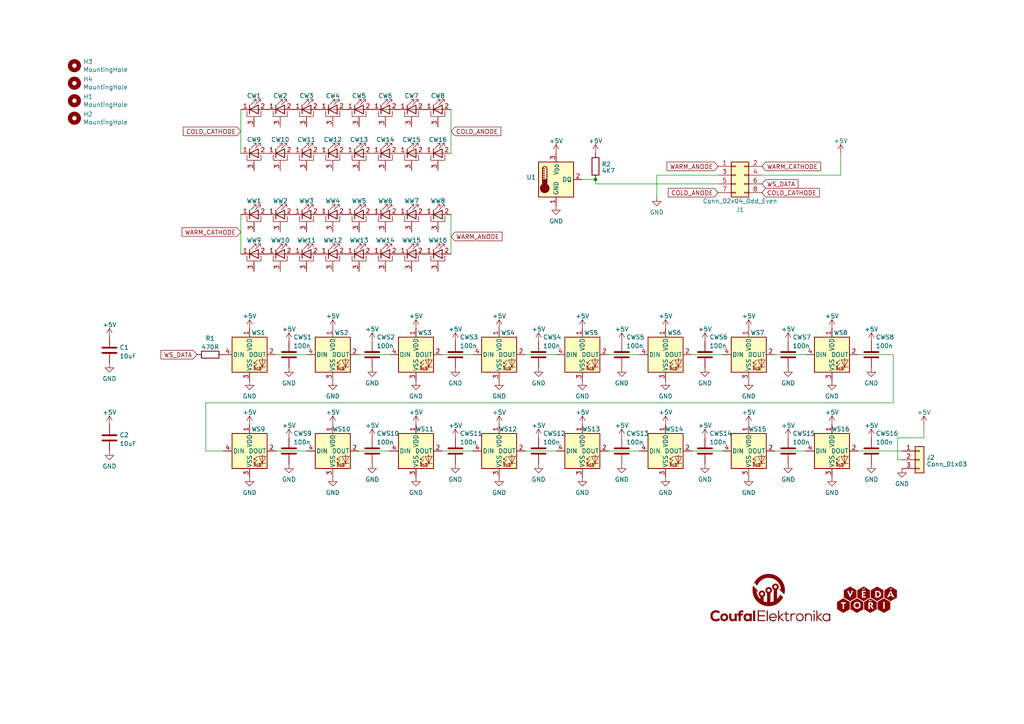
<source format=kicad_sch>
(kicad_sch (version 20230121) (generator eeschema)
  (paper "A4")
  (lib_symbols
    (symbol "Connector_Generic:Conn_01x03" (pin_names (offset 1.016) hide)
      (property "Reference" "J" (at 0 5.08 0))
      (property "Value" "Conn_01x03" (at 0 -5.08 0))
      (symbol "Conn_01x03_1_1"
        (pin passive line (at -5.08 2.54 0) (length 3.81) (name "Pin_1") (number "1"))
        (pin passive line (at -5.08 0 0) (length 3.81) (name "Pin_2") (number "2"))
        (pin passive line (at -5.08 -2.54 0) (length 3.81) (name "Pin_3") (number "3"))
      )
    )
    (symbol "Connector_Generic:Conn_02x04_Odd_Even" (pin_names (offset 1.016) hide)
      (property "Reference" "J" (at 1.27 5.08 0))
      (property "Value" "Conn_02x04_Odd_Even" (at 1.27 -7.62 0))
      (symbol "Conn_02x04_Odd_Even_1_1"
        (pin passive line (at -5.08 2.54 0) (length 3.81) (name "Pin_1") (number "1"))
        (pin passive line (at 7.62 2.54 180) (length 3.81) (name "Pin_2") (number "2"))
        (pin passive line (at -5.08 0 0) (length 3.81) (name "Pin_3") (number "3"))
        (pin passive line (at 7.62 0 180) (length 3.81) (name "Pin_4") (number "4"))
        (pin passive line (at -5.08 -2.54 0) (length 3.81) (name "Pin_5") (number "5"))
        (pin passive line (at 7.62 -2.54 180) (length 3.81) (name "Pin_6") (number "6"))
        (pin passive line (at -5.08 -5.08 0) (length 3.81) (name "Pin_7") (number "7"))
        (pin passive line (at 7.62 -5.08 180) (length 3.81) (name "Pin_8") (number "8"))
      )
    )
    (symbol "Device:C" (pin_numbers hide) (pin_names (offset 0.254))
      (property "Reference" "C" (at 0.635 2.54 0))
      (property "Value" "C" (at 0.635 -2.54 0))
      (symbol "C_1_1"
        (pin passive line (at 0 3.81 270) (length 2.794) (name "~") (number "1"))
        (pin passive line (at 0 -3.81 90) (length 2.794) (name "~") (number "2"))
      )
    )
    (symbol "Device:LED_Pad" (pin_names (offset 1.016) hide)
      (property "Reference" "D" (at 0 5.715 0))
      (property "Value" "LED_Pad" (at 0 3.81 0))
      (symbol "LED_Pad_1_1"
        (pin passive line (at -3.81 0 0) (length 2.54) (name "K") (number "1"))
        (pin passive line (at 3.81 0 180) (length 2.54) (name "A") (number "2"))
        (pin passive line (at 0 -5.08 90) (length 2.54) (name "PAD") (number "3"))
      )
    )
    (symbol "Device:R" (pin_numbers hide) (pin_names (offset 0))
      (property "Reference" "R" (at 2.032 0 90))
      (property "Value" "R" (at 0 0 90))
      (symbol "R_1_1"
        (pin passive line (at 0 3.81 270) (length 1.27) (name "~") (number "1"))
        (pin passive line (at 0 -3.81 90) (length 1.27) (name "~") (number "2"))
      )
    )
    (symbol "LED:WS2812B" (pin_names (offset 0.254))
      (property "Reference" "D" (at 5.08 5.715 0))
      (property "Value" "WS2812B" (at 1.27 -5.715 0))
      (symbol "WS2812B_0_0"
        (text "RGB" (at 2.286 -4.191 0) (effects (font (size 0.762 0.762))))
      )
      (symbol "WS2812B_1_1"
        (pin power_in line (at 0 7.62 270) (length 2.54) (name "VDD") (number "1"))
        (pin output line (at 7.62 0 180) (length 2.54) (name "DOUT") (number "2"))
        (pin power_in line (at 0 -7.62 90) (length 2.54) (name "VSS") (number "3"))
        (pin input line (at -7.62 0 0) (length 2.54) (name "DIN") (number "4"))
      )
    )
    (symbol "Mechanical:MountingHole" (pin_names (offset 1.016))
      (property "Reference" "H" (at 0 5.08 0))
      (property "Value" "MountingHole" (at 0 3.175 0))
    )
    (symbol "Sensor_Temperature:DS18B20"
      (property "Reference" "U" (at -3.81 6.35 0))
      (property "Value" "DS18B20" (at 6.35 6.35 0))
      (symbol "DS18B20_1_1"
        (pin power_in line (at 0 -7.62 90) (length 2.54) (name "GND") (number "1"))
        (pin bidirectional line (at 7.62 0 180) (length 2.54) (name "DQ") (number "2"))
        (pin power_in line (at 0 7.62 270) (length 2.54) (name "V_{DD}") (number "3"))
      )
    )
    (symbol "Time-O-Mat_Library:CoufalElektronika_logo" (pin_names (offset 1.016)))
    (symbol "Time-O-Mat_Library:Vedatori_logo" (pin_names (offset 1.016)))
    (symbol "power:+5V" (power) (pin_names (offset 0))
      (property "Value" "+5V" (at 0 3.556 0))
      (symbol "+5V_1_1"
        (pin power_in line (at 0 0 90) (length 0) hide (name "+5V") (number "1"))
      )
    )
    (symbol "power:GND" (power) (pin_names (offset 0))
      (property "Value" "GND" (at 0 -3.81 0))
      (symbol "GND_1_1"
        (pin power_in line (at 0 0 270) (length 0) hide (name "GND") (number "1"))
      )
    )
  )
  (junction (at 172.72 52.07))
  (wire (pts (xy 168.91 52.07) (xy 172.72 52.07)))
  (wire (pts (xy 80.01 130.81) (xy 88.9 130.81)))
  (wire (pts (xy 152.4 130.81) (xy 161.29 130.81)))
  (wire (pts (xy 200.66 102.87) (xy 209.55 102.87)))
  (wire (pts (xy 208.28 50.8) (xy 190.5 50.8)))
  (wire (pts (xy 243.84 44.45) (xy 243.84 50.8)))
  (wire (pts (xy 176.53 102.87) (xy 185.42 102.87)))
  (wire (pts (xy 152.4 102.87) (xy 161.29 102.87)))
  (wire (pts (xy 172.72 53.34) (xy 172.72 52.07)))
  (wire (pts (xy 267.97 123.19) (xy 267.97 127)))
  (wire (pts (xy 80.01 102.87) (xy 88.9 102.87)))
  (wire (pts (xy 59.69 116.84) (xy 59.69 130.81)))
  (wire (pts (xy 130.81 62.23) (xy 130.81 73.66)))
  (wire (pts (xy 243.84 50.8) (xy 220.98 50.8)))
  (wire (pts (xy 190.5 50.8) (xy 190.5 57.15)))
  (wire (pts (xy 128.27 130.81) (xy 137.16 130.81)))
  (wire (pts (xy 59.69 130.81) (xy 64.77 130.81)))
  (wire (pts (xy 208.28 53.34) (xy 172.72 53.34)))
  (wire (pts (xy 128.27 102.87) (xy 137.16 102.87)))
  (wire (pts (xy 176.53 130.81) (xy 185.42 130.81)))
  (wire (pts (xy 224.79 102.87) (xy 233.68 102.87)))
  (wire (pts (xy 130.81 31.75) (xy 130.81 44.45)))
  (wire (pts (xy 261.62 133.35) (xy 260.35 133.35)))
  (wire (pts (xy 224.79 130.81) (xy 233.68 130.81)))
  (wire (pts (xy 259.08 102.87) (xy 259.08 116.84)))
  (wire (pts (xy 248.92 130.81) (xy 261.62 130.81)))
  (wire (pts (xy 69.85 62.23) (xy 69.85 73.66)))
  (wire (pts (xy 104.14 102.87) (xy 113.03 102.87)))
  (wire (pts (xy 260.35 133.35) (xy 260.35 127)))
  (wire (pts (xy 259.08 116.84) (xy 59.69 116.84)))
  (wire (pts (xy 104.14 130.81) (xy 113.03 130.81)))
  (wire (pts (xy 248.92 102.87) (xy 259.08 102.87)))
  (wire (pts (xy 69.85 31.75) (xy 69.85 44.45)))
  (wire (pts (xy 200.66 130.81) (xy 209.55 130.81)))
  (wire (pts (xy 260.35 127) (xy 267.97 127)))
  (global_label "WARM_CATHODE" (shape input) (at 69.85 67.31 180) (property "Intersheetrefs" "${INTERSHEET_REFS}" (effects hide)))
  (global_label "WARM_ANODE" (shape input) (at 130.81 68.58 0) (property "Intersheetrefs" "${INTERSHEET_REFS}" (effects hide)))
  (global_label "COLD_CATHODE" (shape input) (at 69.85 38.1 180) (property "Intersheetrefs" "${INTERSHEET_REFS}" (effects hide)))
  (global_label "WARM_ANODE" (shape input) (at 208.28 48.26 180) (property "Intersheetrefs" "${INTERSHEET_REFS}" (effects hide)))
  (global_label "COLD_ANODE" (shape input) (at 208.28 55.88 180) (property "Intersheetrefs" "${INTERSHEET_REFS}" (effects hide)))
  (global_label "WS_DATA" (shape input) (at 220.98 53.34 0) (property "Intersheetrefs" "${INTERSHEET_REFS}" (effects hide)))
  (global_label "WS_DATA" (shape input) (at 57.15 102.87 180) (property "Intersheetrefs" "${INTERSHEET_REFS}" (effects hide)))
  (global_label "WARM_CATHODE" (shape input) (at 220.98 48.26 0) (property "Intersheetrefs" "${INTERSHEET_REFS}" (effects hide)))
  (global_label "COLD_CATHODE" (shape input) (at 220.98 55.88 0) (property "Intersheetrefs" "${INTERSHEET_REFS}" (effects hide)))
  (global_label "COLD_ANODE" (shape input) (at 130.81 38.1 0) (property "Intersheetrefs" "${INTERSHEET_REFS}" (effects hide)))
  (symbol (lib_id "LED:WS2812B") (at 72.39 102.87 0) (unit 1)
    (property "Reference" "WS1" (at 74.93 96.52 0))
    (property "Value" "XL-5050RGBC-WS2812B" (effects hide))
    (property "Footprint" "LED_SMD:LED_WS2812B_PLCC4_5.0x5.0mm_P3.2mm" (effects hide))
    (property "Datasheet" "https://cdn-shop.adafruit.com/datasheets/WS2812B.pdf" (effects hide))
    (property "LCSC" "C2843785" (effects hide))
  )
  (symbol (lib_id "power:GND") (at 132.08 106.68 0) (unit 1)
    (property "Reference" "#PWR019" (effects hide))
    (property "Value" "GND" (at 132.08 111.1234 0))
  )
  (symbol (lib_id "LED:WS2812B") (at 120.65 102.87 0) (unit 1)
    (property "Reference" "WS3" (at 123.19 96.52 0))
    (property "Value" "XL-5050RGBC-WS2812B" (effects hide))
    (property "Footprint" "LED_SMD:LED_WS2812B_PLCC4_5.0x5.0mm_P3.2mm" (effects hide))
    (property "Datasheet" "https://cdn-shop.adafruit.com/datasheets/WS2812B.pdf" (effects hide))
    (property "LCSC" "C2843785" (effects hide))
  )
  (symbol (lib_id "power:GND") (at 83.82 134.62 0) (unit 1)
    (property "Reference" "#PWR049" (effects hide))
    (property "Value" "GND" (at 83.82 139.0634 0))
  )
  (symbol (lib_id "Device:C") (at 252.73 130.81 0) (unit 1)
    (property "Reference" "CWS16" (at 254 125.73 0) (effects (justify left)))
    (property "Value" "100n" (at 254 128.2669 0) (effects (justify left)))
    (property "Footprint" "Capacitor_SMD:C_0402_1005Metric" (effects hide))
    (property "LCSC" "C1525" (effects hide))
  )
  (symbol (lib_id "Device:LED_Pad") (at 96.52 31.75 0) (unit 1)
    (property "Reference" "CW4" (at 96.52 27.7932 0))
    (property "Value" "HL-A-5730D1W-S1-08-HR3(LY)" (effects hide))
    (property "Footprint" "PaLampa_Library:HL-A-5730" (effects hide))
    (property "LCSC" "C210348" (effects hide))
  )
  (symbol (lib_id "Device:LED_Pad") (at 104.14 44.45 0) (unit 1)
    (property "Reference" "CW13" (at 104.14 40.4932 0))
    (property "Value" "HL-A-5730D1W-S1-08-HR3(LY)" (effects hide))
    (property "Footprint" "PaLampa_Library:HL-A-5730" (effects hide))
    (property "LCSC" "C210348" (effects hide))
  )
  (symbol (lib_id "Device:C") (at 132.08 102.87 0) (unit 1)
    (property "Reference" "CWS3" (at 133.35 97.79 0) (effects (justify left)))
    (property "Value" "100n" (at 133.35 100.3269 0) (effects (justify left)))
    (property "Footprint" "Capacitor_SMD:C_0402_1005Metric" (effects hide))
    (property "LCSC" "C1525" (effects hide))
  )
  (symbol (lib_id "Device:LED_Pad") (at 119.38 62.23 0) (unit 1)
    (property "Reference" "WW7" (at 119.38 58.2732 0))
    (property "Value" "HL-A-5730D34W-S1-08-HR3(LY)" (effects hide))
    (property "Footprint" "PaLampa_Library:HL-A-5730" (effects hide))
    (property "LCSC" "C210345" (effects hide))
  )
  (symbol (lib_id "power:+5V") (at 241.3 95.25 0) (unit 1)
    (property "Reference" "#PWR08" (effects hide))
    (property "Value" "+5V" (at 241.3 91.6742 0))
  )
  (symbol (lib_id "power:GND") (at 204.47 134.62 0) (unit 1)
    (property "Reference" "#PWR054" (effects hide))
    (property "Value" "GND" (at 204.47 139.0634 0))
  )
  (symbol (lib_id "Device:C") (at 204.47 102.87 0) (unit 1)
    (property "Reference" "CWS6" (at 205.74 97.79 0) (effects (justify left)))
    (property "Value" "100n" (at 205.74 100.3269 0) (effects (justify left)))
    (property "Footprint" "Capacitor_SMD:C_0402_1005Metric" (effects hide))
    (property "LCSC" "C1525" (effects hide))
  )
  (symbol (lib_id "Device:C") (at 132.08 130.81 0) (unit 1)
    (property "Reference" "CWS11" (at 133.35 125.73 0) (effects (justify left)))
    (property "Value" "100n" (at 133.35 128.2669 0) (effects (justify left)))
    (property "Footprint" "Capacitor_SMD:C_0402_1005Metric" (effects hide))
    (property "LCSC" "C1525" (effects hide))
  )
  (symbol (lib_id "power:GND") (at 252.73 106.68 0) (unit 1)
    (property "Reference" "#PWR024" (effects hide))
    (property "Value" "GND" (at 252.73 111.1234 0))
  )
  (symbol (lib_id "power:GND") (at 132.08 134.62 0) (unit 1)
    (property "Reference" "#PWR051" (effects hide))
    (property "Value" "GND" (at 132.08 139.0634 0))
  )
  (symbol (lib_id "Device:C") (at 31.75 101.6 0) (unit 1)
    (property "Reference" "C1" (at 34.671 100.7653 0) (effects (justify left)))
    (property "Value" "10uF" (at 34.671 103.3022 0) (effects (justify left)))
    (property "Footprint" "Capacitor_SMD:C_0603_1608Metric" (effects hide))
    (property "LCSC" "C19702" (effects hide))
  )
  (symbol (lib_id "Device:LED_Pad") (at 127 62.23 0) (unit 1)
    (property "Reference" "WW8" (at 127 58.2732 0))
    (property "Value" "HL-A-5730D34W-S1-08-HR3(LY)" (effects hide))
    (property "Footprint" "PaLampa_Library:HL-A-5730" (effects hide))
    (property "LCSC" "C210345" (effects hide))
  )
  (symbol (lib_id "power:+5V") (at 204.47 127 0) (unit 1)
    (property "Reference" "#PWR046" (effects hide))
    (property "Value" "+5V" (at 204.47 123.4242 0))
  )
  (symbol (lib_id "power:+5V") (at 180.34 127 0) (unit 1)
    (property "Reference" "#PWR045" (effects hide))
    (property "Value" "+5V" (at 180.34 123.4242 0))
  )
  (symbol (lib_id "power:+5V") (at 193.04 123.19 0) (unit 1)
    (property "Reference" "#PWR038" (effects hide))
    (property "Value" "+5V" (at 193.04 119.6142 0))
  )
  (symbol (lib_id "LED:WS2812B") (at 193.04 130.81 0) (unit 1)
    (property "Reference" "WS14" (at 195.58 124.46 0))
    (property "Value" "XL-5050RGBC-WS2812B" (effects hide))
    (property "Footprint" "LED_SMD:LED_WS2812B_PLCC4_5.0x5.0mm_P3.2mm" (effects hide))
    (property "Datasheet" "https://cdn-shop.adafruit.com/datasheets/WS2812B.pdf" (effects hide))
    (property "LCSC" "C2843785" (effects hide))
  )
  (symbol (lib_id "LED:WS2812B") (at 96.52 130.81 0) (unit 1)
    (property "Reference" "WS10" (at 99.06 124.46 0))
    (property "Value" "XL-5050RGBC-WS2812B" (effects hide))
    (property "Footprint" "LED_SMD:LED_WS2812B_PLCC4_5.0x5.0mm_P3.2mm" (effects hide))
    (property "Datasheet" "https://cdn-shop.adafruit.com/datasheets/WS2812B.pdf" (effects hide))
    (property "LCSC" "C2843785" (effects hide))
  )
  (symbol (lib_id "power:GND") (at 96.52 138.43 0) (unit 1)
    (property "Reference" "#PWR058" (effects hide))
    (property "Value" "GND" (at 96.52 142.8734 0))
  )
  (symbol (lib_id "Device:LED_Pad") (at 111.76 31.75 0) (unit 1)
    (property "Reference" "CW6" (at 111.76 27.7932 0))
    (property "Value" "HL-A-5730D1W-S1-08-HR3(LY)" (effects hide))
    (property "Footprint" "PaLampa_Library:HL-A-5730" (effects hide))
    (property "LCSC" "C210348" (effects hide))
  )
  (symbol (lib_id "power:GND") (at 161.29 59.69 0) (unit 1)
    (property "Reference" "#PWR067" (effects hide))
    (property "Value" "GND" (at 161.29 64.1334 0))
  )
  (symbol (lib_id "power:GND") (at 107.95 134.62 0) (unit 1)
    (property "Reference" "#PWR050" (effects hide))
    (property "Value" "GND" (at 107.95 139.0634 0))
  )
  (symbol (lib_id "Mechanical:MountingHole") (at 21.59 34.29 0) (unit 1)
    (property "Reference" "H2" (at 24.13 33.1216 0) (effects (justify left)))
    (property "Value" "MountingHole" (at 24.13 35.433 0) (effects (justify left)))
    (property "Footprint" "MountingHole:MountingHole_3.2mm_M3" (effects hide))
  )
  (symbol (lib_id "power:GND") (at 241.3 138.43 0) (unit 1)
    (property "Reference" "#PWR064" (effects hide))
    (property "Value" "GND" (at 241.3 142.8734 0))
  )
  (symbol (lib_id "Device:LED_Pad") (at 81.28 62.23 0) (unit 1)
    (property "Reference" "WW2" (at 81.28 58.2732 0))
    (property "Value" "HL-A-5730D34W-S1-08-HR3(LY)" (effects hide))
    (property "Footprint" "PaLampa_Library:HL-A-5730" (effects hide))
    (property "LCSC" "C210345" (effects hide))
  )
  (symbol (lib_id "Device:LED_Pad") (at 96.52 44.45 0) (unit 1)
    (property "Reference" "CW12" (at 96.52 40.4932 0))
    (property "Value" "HL-A-5730D1W-S1-08-HR3(LY)" (effects hide))
    (property "Footprint" "PaLampa_Library:HL-A-5730" (effects hide))
    (property "LCSC" "C210348" (effects hide))
  )
  (symbol (lib_id "power:+5V") (at 144.78 123.19 0) (unit 1)
    (property "Reference" "#PWR036" (effects hide))
    (property "Value" "+5V" (at 144.78 119.6142 0))
  )
  (symbol (lib_id "Device:LED_Pad") (at 111.76 62.23 0) (unit 1)
    (property "Reference" "WW6" (at 111.76 58.2732 0))
    (property "Value" "HL-A-5730D34W-S1-08-HR3(LY)" (effects hide))
    (property "Footprint" "PaLampa_Library:HL-A-5730" (effects hide))
    (property "LCSC" "C210345" (effects hide))
  )
  (symbol (lib_id "power:+5V") (at 156.21 127 0) (unit 1)
    (property "Reference" "#PWR044" (effects hide))
    (property "Value" "+5V" (at 156.21 123.4242 0))
  )
  (symbol (lib_id "Device:R") (at 172.72 48.26 0) (unit 1)
    (property "Reference" "R2" (at 174.498 47.6163 0) (effects (justify left)))
    (property "Value" "4K7" (at 174.498 49.5373 0) (effects (justify left)))
    (property "Footprint" "Resistor_SMD:R_0402_1005Metric" (effects hide))
    (property "LCSC" "C25900" (effects hide))
  )
  (symbol (lib_id "power:+5V") (at 107.95 127 0) (unit 1)
    (property "Reference" "#PWR042" (effects hide))
    (property "Value" "+5V" (at 107.95 123.4242 0))
  )
  (symbol (lib_id "Device:LED_Pad") (at 81.28 31.75 0) (unit 1)
    (property "Reference" "CW2" (at 81.28 27.7932 0))
    (property "Value" "HL-A-5730D1W-S1-08-HR3(LY)" (effects hide))
    (property "Footprint" "PaLampa_Library:HL-A-5730" (effects hide))
    (property "LCSC" "C210348" (effects hide))
  )
  (symbol (lib_id "power:+5V") (at 144.78 95.25 0) (unit 1)
    (property "Reference" "#PWR04" (effects hide))
    (property "Value" "+5V" (at 144.78 91.6742 0))
  )
  (symbol (lib_id "power:GND") (at 204.47 106.68 0) (unit 1)
    (property "Reference" "#PWR022" (effects hide))
    (property "Value" "GND" (at 204.47 111.1234 0))
  )
  (symbol (lib_id "Device:LED_Pad") (at 88.9 44.45 0) (unit 1)
    (property "Reference" "CW11" (at 88.9 40.4932 0))
    (property "Value" "HL-A-5730D1W-S1-08-HR3(LY)" (effects hide))
    (property "Footprint" "PaLampa_Library:HL-A-5730" (effects hide))
    (property "LCSC" "C210348" (effects hide))
  )
  (symbol (lib_id "Mechanical:MountingHole") (at 21.59 19.05 0) (unit 1)
    (property "Reference" "H3" (at 24.13 17.8816 0) (effects (justify left)))
    (property "Value" "MountingHole" (at 24.13 20.193 0) (effects (justify left)))
    (property "Footprint" "MountingHole:MountingHole_3.2mm_M3" (effects hide))
  )
  (symbol (lib_id "Device:C") (at 31.75 127 0) (unit 1)
    (property "Reference" "C2" (at 34.671 126.1653 0) (effects (justify left)))
    (property "Value" "10uF" (at 34.671 128.7022 0) (effects (justify left)))
    (property "Footprint" "Capacitor_SMD:C_0603_1608Metric" (effects hide))
    (property "LCSC" "C19702" (effects hide))
  )
  (symbol (lib_id "power:GND") (at 31.75 105.41 0) (unit 1)
    (property "Reference" "#PWR0104" (effects hide))
    (property "Value" "GND" (at 31.75 109.8534 0))
  )
  (symbol (lib_id "power:+5V") (at 267.97 123.19 0) (unit 1)
    (property "Reference" "#PWR071" (effects hide))
    (property "Value" "+5V" (at 267.97 119.6142 0))
  )
  (symbol (lib_id "power:GND") (at 193.04 138.43 0) (unit 1)
    (property "Reference" "#PWR062" (effects hide))
    (property "Value" "GND" (at 193.04 142.8734 0))
  )
  (symbol (lib_id "power:GND") (at 72.39 110.49 0) (unit 1)
    (property "Reference" "#PWR025" (effects hide))
    (property "Value" "GND" (at 72.39 114.9334 0))
  )
  (symbol (lib_id "Time-O-Mat_Library:Vedatori_logo") (at 251.46 173.99 0) (unit 1)
    (property "Reference" "G2" (effects hide))
    (property "Value" "Vedatori_logo" (effects hide))
    (property "Footprint" "PaLampa_Library:VedatoriNew_40x5,7mm" (effects hide))
  )
  (symbol (lib_id "Mechanical:MountingHole") (at 21.59 24.13 0) (unit 1)
    (property "Reference" "H4" (at 24.13 22.9616 0) (effects (justify left)))
    (property "Value" "MountingHole" (at 24.13 25.273 0) (effects (justify left)))
    (property "Footprint" "MountingHole:MountingHole_3.2mm_M3" (effects hide))
  )
  (symbol (lib_id "Device:LED_Pad") (at 119.38 44.45 0) (unit 1)
    (property "Reference" "CW15" (at 119.38 40.4932 0))
    (property "Value" "HL-A-5730D1W-S1-08-HR3(LY)" (effects hide))
    (property "Footprint" "PaLampa_Library:HL-A-5730" (effects hide))
    (property "LCSC" "C210348" (effects hide))
  )
  (symbol (lib_id "LED:WS2812B") (at 168.91 102.87 0) (unit 1)
    (property "Reference" "WS5" (at 171.45 96.52 0))
    (property "Value" "XL-5050RGBC-WS2812B" (effects hide))
    (property "Footprint" "LED_SMD:LED_WS2812B_PLCC4_5.0x5.0mm_P3.2mm" (effects hide))
    (property "Datasheet" "https://cdn-shop.adafruit.com/datasheets/WS2812B.pdf" (effects hide))
    (property "LCSC" "C2843785" (effects hide))
  )
  (symbol (lib_id "power:+5V") (at 217.17 123.19 0) (unit 1)
    (property "Reference" "#PWR039" (effects hide))
    (property "Value" "+5V" (at 217.17 119.6142 0))
  )
  (symbol (lib_id "Device:C") (at 83.82 130.81 0) (unit 1)
    (property "Reference" "CWS9" (at 85.09 125.73 0) (effects (justify left)))
    (property "Value" "100n" (at 85.09 128.2669 0) (effects (justify left)))
    (property "Footprint" "Capacitor_SMD:C_0402_1005Metric" (effects hide))
    (property "LCSC" "C1525" (effects hide))
  )
  (symbol (lib_id "Device:LED_Pad") (at 73.66 44.45 0) (unit 1)
    (property "Reference" "CW9" (at 73.66 40.4932 0))
    (property "Value" "HL-A-5730D1W-S1-08-HR3(LY)" (effects hide))
    (property "Footprint" "PaLampa_Library:HL-A-5730" (effects hide))
    (property "LCSC" "C210348" (effects hide))
  )
  (symbol (lib_id "LED:WS2812B") (at 241.3 102.87 0) (unit 1)
    (property "Reference" "WS8" (at 243.84 96.52 0))
    (property "Value" "XL-5050RGBC-WS2812B" (effects hide))
    (property "Footprint" "LED_SMD:LED_WS2812B_PLCC4_5.0x5.0mm_P3.2mm" (effects hide))
    (property "Datasheet" "https://cdn-shop.adafruit.com/datasheets/WS2812B.pdf" (effects hide))
    (property "LCSC" "C2843785" (effects hide))
  )
  (symbol (lib_id "power:+5V") (at 172.72 44.45 0) (unit 1)
    (property "Reference" "#PWR069" (effects hide))
    (property "Value" "+5V" (at 172.72 40.8742 0))
  )
  (symbol (lib_id "power:GND") (at 31.75 130.81 0) (unit 1)
    (property "Reference" "#PWR0103" (effects hide))
    (property "Value" "GND" (at 31.75 135.2534 0))
  )
  (symbol (lib_id "power:+5V") (at 120.65 95.25 0) (unit 1)
    (property "Reference" "#PWR03" (effects hide))
    (property "Value" "+5V" (at 120.65 91.6742 0))
  )
  (symbol (lib_id "power:+5V") (at 168.91 123.19 0) (unit 1)
    (property "Reference" "#PWR037" (effects hide))
    (property "Value" "+5V" (at 168.91 119.6142 0))
  )
  (symbol (lib_id "Device:C") (at 228.6 130.81 0) (unit 1)
    (property "Reference" "CWS15" (at 229.87 125.73 0) (effects (justify left)))
    (property "Value" "100n" (at 229.87 128.2669 0) (effects (justify left)))
    (property "Footprint" "Capacitor_SMD:C_0402_1005Metric" (effects hide))
    (property "LCSC" "C1525" (effects hide))
  )
  (symbol (lib_id "power:+5V") (at 243.84 44.45 0) (unit 1)
    (property "Reference" "#PWR0102" (effects hide))
    (property "Value" "+5V" (at 243.84 40.8742 0))
  )
  (symbol (lib_id "Device:C") (at 228.6 102.87 0) (unit 1)
    (property "Reference" "CWS7" (at 229.87 97.79 0) (effects (justify left)))
    (property "Value" "100n" (at 229.87 100.3269 0) (effects (justify left)))
    (property "Footprint" "Capacitor_SMD:C_0402_1005Metric" (effects hide))
    (property "LCSC" "C1525" (effects hide))
  )
  (symbol (lib_id "Device:C") (at 107.95 102.87 0) (unit 1)
    (property "Reference" "CWS2" (at 109.22 97.79 0) (effects (justify left)))
    (property "Value" "100n" (at 109.22 100.3269 0) (effects (justify left)))
    (property "Footprint" "Capacitor_SMD:C_0402_1005Metric" (effects hide))
    (property "LCSC" "C1525" (effects hide))
  )
  (symbol (lib_id "power:GND") (at 144.78 138.43 0) (unit 1)
    (property "Reference" "#PWR060" (effects hide))
    (property "Value" "GND" (at 144.78 142.8734 0))
  )
  (symbol (lib_id "power:GND") (at 156.21 134.62 0) (unit 1)
    (property "Reference" "#PWR052" (effects hide))
    (property "Value" "GND" (at 156.21 139.0634 0))
  )
  (symbol (lib_id "power:+5V") (at 31.75 97.79 0) (unit 1)
    (property "Reference" "#PWR0105" (effects hide))
    (property "Value" "+5V" (at 31.75 94.2142 0))
  )
  (symbol (lib_id "power:+5V") (at 31.75 123.19 0) (unit 1)
    (property "Reference" "#PWR0106" (effects hide))
    (property "Value" "+5V" (at 31.75 119.6142 0))
  )
  (symbol (lib_id "power:GND") (at 83.82 106.68 0) (unit 1)
    (property "Reference" "#PWR017" (effects hide))
    (property "Value" "GND" (at 83.82 111.1234 0))
  )
  (symbol (lib_id "power:+5V") (at 83.82 127 0) (unit 1)
    (property "Reference" "#PWR041" (effects hide))
    (property "Value" "+5V" (at 83.82 123.4242 0))
  )
  (symbol (lib_id "LED:WS2812B") (at 241.3 130.81 0) (unit 1)
    (property "Reference" "WS16" (at 243.84 124.46 0))
    (property "Value" "XL-5050RGBC-WS2812B" (effects hide))
    (property "Footprint" "LED_SMD:LED_WS2812B_PLCC4_5.0x5.0mm_P3.2mm" (effects hide))
    (property "Datasheet" "https://cdn-shop.adafruit.com/datasheets/WS2812B.pdf" (effects hide))
    (property "LCSC" "C2843785" (effects hide))
  )
  (symbol (lib_id "Mechanical:MountingHole") (at 21.59 29.21 0) (unit 1)
    (property "Reference" "H1" (at 24.13 28.0416 0) (effects (justify left)))
    (property "Value" "MountingHole" (at 24.13 30.353 0) (effects (justify left)))
    (property "Footprint" "MountingHole:MountingHole_3.2mm_M3" (effects hide))
  )
  (symbol (lib_id "LED:WS2812B") (at 168.91 130.81 0) (unit 1)
    (property "Reference" "WS13" (at 171.45 124.46 0))
    (property "Value" "XL-5050RGBC-WS2812B" (effects hide))
    (property "Footprint" "LED_SMD:LED_WS2812B_PLCC4_5.0x5.0mm_P3.2mm" (effects hide))
    (property "Datasheet" "https://cdn-shop.adafruit.com/datasheets/WS2812B.pdf" (effects hide))
    (property "LCSC" "C2843785" (effects hide))
  )
  (symbol (lib_id "power:GND") (at 120.65 138.43 0) (unit 1)
    (property "Reference" "#PWR059" (effects hide))
    (property "Value" "GND" (at 120.65 142.8734 0))
  )
  (symbol (lib_id "power:GND") (at 261.62 135.89 0) (unit 1)
    (property "Reference" "#PWR070" (effects hide))
    (property "Value" "GND" (at 261.62 140.3334 0))
  )
  (symbol (lib_id "power:+5V") (at 228.6 99.06 0) (unit 1)
    (property "Reference" "#PWR015" (effects hide))
    (property "Value" "+5V" (at 228.6 95.4842 0))
  )
  (symbol (lib_id "Device:LED_Pad") (at 111.76 44.45 0) (unit 1)
    (property "Reference" "CW14" (at 111.76 40.4932 0))
    (property "Value" "HL-A-5730D1W-S1-08-HR3(LY)" (effects hide))
    (property "Footprint" "PaLampa_Library:HL-A-5730" (effects hide))
    (property "LCSC" "C210348" (effects hide))
  )
  (symbol (lib_id "power:+5V") (at 168.91 95.25 0) (unit 1)
    (property "Reference" "#PWR05" (effects hide))
    (property "Value" "+5V" (at 168.91 91.6742 0))
  )
  (symbol (lib_id "power:GND") (at 180.34 106.68 0) (unit 1)
    (property "Reference" "#PWR021" (effects hide))
    (property "Value" "GND" (at 180.34 111.1234 0))
  )
  (symbol (lib_id "power:GND") (at 252.73 134.62 0) (unit 1)
    (property "Reference" "#PWR056" (effects hide))
    (property "Value" "GND" (at 252.73 139.0634 0))
  )
  (symbol (lib_id "Device:C") (at 180.34 130.81 0) (unit 1)
    (property "Reference" "CWS13" (at 181.61 125.73 0) (effects (justify left)))
    (property "Value" "100n" (at 181.61 128.2669 0) (effects (justify left)))
    (property "Footprint" "Capacitor_SMD:C_0402_1005Metric" (effects hide))
    (property "LCSC" "C1525" (effects hide))
  )
  (symbol (lib_id "power:GND") (at 217.17 138.43 0) (unit 1)
    (property "Reference" "#PWR063" (effects hide))
    (property "Value" "GND" (at 217.17 142.8734 0))
  )
  (symbol (lib_id "power:GND") (at 168.91 138.43 0) (unit 1)
    (property "Reference" "#PWR061" (effects hide))
    (property "Value" "GND" (at 168.91 142.8734 0))
  )
  (symbol (lib_id "power:+5V") (at 72.39 95.25 0) (unit 1)
    (property "Reference" "#PWR01" (effects hide))
    (property "Value" "+5V" (at 72.39 91.6742 0))
  )
  (symbol (lib_id "power:+5V") (at 180.34 99.06 0) (unit 1)
    (property "Reference" "#PWR013" (effects hide))
    (property "Value" "+5V" (at 180.34 95.4842 0))
  )
  (symbol (lib_id "Device:LED_Pad") (at 96.52 73.66 0) (unit 1)
    (property "Reference" "WW12" (at 96.52 69.7032 0))
    (property "Value" "HL-A-5730D34W-S1-08-HR3(LY)" (effects hide))
    (property "Footprint" "PaLampa_Library:HL-A-5730" (effects hide))
    (property "LCSC" "C210345" (effects hide))
  )
  (symbol (lib_id "Device:LED_Pad") (at 73.66 31.75 0) (unit 1)
    (property "Reference" "CW1" (at 73.66 27.7932 0))
    (property "Value" "HL-A-5730D1W-S1-08-HR3(LY)" (effects hide))
    (property "Footprint" "PaLampa_Library:HL-A-5730" (effects hide))
    (property "LCSC" "C210348" (effects hide))
  )
  (symbol (lib_id "power:+5V") (at 228.6 127 0) (unit 1)
    (property "Reference" "#PWR047" (effects hide))
    (property "Value" "+5V" (at 228.6 123.4242 0))
  )
  (symbol (lib_id "Device:LED_Pad") (at 88.9 73.66 0) (unit 1)
    (property "Reference" "WW11" (at 88.9 69.7032 0))
    (property "Value" "HL-A-5730D34W-S1-08-HR3(LY)" (effects hide))
    (property "Footprint" "PaLampa_Library:HL-A-5730" (effects hide))
    (property "LCSC" "C210345" (effects hide))
  )
  (symbol (lib_id "power:GND") (at 107.95 106.68 0) (unit 1)
    (property "Reference" "#PWR018" (effects hide))
    (property "Value" "GND" (at 107.95 111.1234 0))
  )
  (symbol (lib_id "Device:LED_Pad") (at 81.28 44.45 0) (unit 1)
    (property "Reference" "CW10" (at 81.28 40.4932 0))
    (property "Value" "HL-A-5730D1W-S1-08-HR3(LY)" (effects hide))
    (property "Footprint" "PaLampa_Library:HL-A-5730" (effects hide))
    (property "LCSC" "C210348" (effects hide))
  )
  (symbol (lib_id "Device:LED_Pad") (at 88.9 31.75 0) (unit 1)
    (property "Reference" "CW3" (at 88.9 27.7932 0))
    (property "Value" "HL-A-5730D1W-S1-08-HR3(LY)" (effects hide))
    (property "Footprint" "PaLampa_Library:HL-A-5730" (effects hide))
    (property "LCSC" "C210348" (effects hide))
  )
  (symbol (lib_id "LED:WS2812B") (at 72.39 130.81 0) (unit 1)
    (property "Reference" "WS9" (at 74.93 124.46 0))
    (property "Value" "XL-5050RGBC-WS2812B" (effects hide))
    (property "Footprint" "LED_SMD:LED_WS2812B_PLCC4_5.0x5.0mm_P3.2mm" (effects hide))
    (property "Datasheet" "https://cdn-shop.adafruit.com/datasheets/WS2812B.pdf" (effects hide))
    (property "LCSC" "C2843785" (effects hide))
  )
  (symbol (lib_id "Device:C") (at 156.21 102.87 0) (unit 1)
    (property "Reference" "CWS4" (at 157.48 97.79 0) (effects (justify left)))
    (property "Value" "100n" (at 157.48 100.3269 0) (effects (justify left)))
    (property "Footprint" "Capacitor_SMD:C_0402_1005Metric" (effects hide))
    (property "LCSC" "C1525" (effects hide))
  )
  (symbol (lib_id "Device:LED_Pad") (at 88.9 62.23 0) (unit 1)
    (property "Reference" "WW3" (at 88.9 58.2732 0))
    (property "Value" "HL-A-5730D34W-S1-08-HR3(LY)" (effects hide))
    (property "Footprint" "PaLampa_Library:HL-A-5730" (effects hide))
    (property "LCSC" "C210345" (effects hide))
  )
  (symbol (lib_id "Device:C") (at 156.21 130.81 0) (unit 1)
    (property "Reference" "CWS12" (at 157.48 125.73 0) (effects (justify left)))
    (property "Value" "100n" (at 157.48 128.2669 0) (effects (justify left)))
    (property "Footprint" "Capacitor_SMD:C_0402_1005Metric" (effects hide))
    (property "LCSC" "C1525" (effects hide))
  )
  (symbol (lib_id "power:+5V") (at 107.95 99.06 0) (unit 1)
    (property "Reference" "#PWR010" (effects hide))
    (property "Value" "+5V" (at 107.95 95.4842 0))
  )
  (symbol (lib_id "LED:WS2812B") (at 217.17 102.87 0) (unit 1)
    (property "Reference" "WS7" (at 219.71 96.52 0))
    (property "Value" "XL-5050RGBC-WS2812B" (effects hide))
    (property "Footprint" "LED_SMD:LED_WS2812B_PLCC4_5.0x5.0mm_P3.2mm" (effects hide))
    (property "Datasheet" "https://cdn-shop.adafruit.com/datasheets/WS2812B.pdf" (effects hide))
    (property "LCSC" "C2843785" (effects hide))
  )
  (symbol (lib_id "LED:WS2812B") (at 144.78 130.81 0) (unit 1)
    (property "Reference" "WS12" (at 147.32 124.46 0))
    (property "Value" "XL-5050RGBC-WS2812B" (effects hide))
    (property "Footprint" "LED_SMD:LED_WS2812B_PLCC4_5.0x5.0mm_P3.2mm" (effects hide))
    (property "Datasheet" "https://cdn-shop.adafruit.com/datasheets/WS2812B.pdf" (effects hide))
    (property "LCSC" "C2843785" (effects hide))
  )
  (symbol (lib_id "Connector_Generic:Conn_02x04_Odd_Even") (at 213.36 50.8 0) (unit 1)
    (property "Reference" "J1" (at 214.63 60.8498 0))
    (property "Value" "Conn_02x04_Odd_Even" (at 214.63 58.3129 0))
    (property "Footprint" "Connector_IDC:IDC-Header_2x04_P2.54mm_Horizontal" (effects hide))
  )
  (symbol (lib_id "power:+5V") (at 204.47 99.06 0) (unit 1)
    (property "Reference" "#PWR014" (effects hide))
    (property "Value" "+5V" (at 204.47 95.4842 0))
  )
  (symbol (lib_id "power:GND") (at 180.34 134.62 0) (unit 1)
    (property "Reference" "#PWR053" (effects hide))
    (property "Value" "GND" (at 180.34 139.0634 0))
  )
  (symbol (lib_id "power:+5V") (at 83.82 99.06 0) (unit 1)
    (property "Reference" "#PWR09" (effects hide))
    (property "Value" "+5V" (at 83.82 95.4842 0))
  )
  (symbol (lib_id "Device:C") (at 252.73 102.87 0) (unit 1)
    (property "Reference" "CWS8" (at 254 97.79 0) (effects (justify left)))
    (property "Value" "100n" (at 254 100.3269 0) (effects (justify left)))
    (property "Footprint" "Capacitor_SMD:C_0402_1005Metric" (effects hide))
    (property "LCSC" "C1525" (effects hide))
  )
  (symbol (lib_id "Device:LED_Pad") (at 119.38 31.75 0) (unit 1)
    (property "Reference" "CW7" (at 119.38 27.7932 0))
    (property "Value" "HL-A-5730D1W-S1-08-HR3(LY)" (effects hide))
    (property "Footprint" "PaLampa_Library:HL-A-5730" (effects hide))
    (property "LCSC" "C210348" (effects hide))
  )
  (symbol (lib_id "Device:LED_Pad") (at 127 31.75 0) (unit 1)
    (property "Reference" "CW8" (at 127 27.7932 0))
    (property "Value" "HL-A-5730D1W-S1-08-HR3(LY)" (effects hide))
    (property "Footprint" "PaLampa_Library:HL-A-5730" (effects hide))
    (property "LCSC" "C210348" (effects hide))
  )
  (symbol (lib_id "power:GND") (at 217.17 110.49 0) (unit 1)
    (property "Reference" "#PWR031" (effects hide))
    (property "Value" "GND" (at 217.17 114.9334 0))
  )
  (symbol (lib_id "Sensor_Temperature:DS18B20") (at 161.29 52.07 0) (unit 1)
    (property "Reference" "U1" (at 155.4481 51.4263 0) (effects (justify right)))
    (property "Value" "DS18B20" (effects hide))
    (property "Footprint" "Package_TO_SOT_THT:TO-92_Inline" (effects hide))
    (property "Datasheet" "http://datasheets.maximintegrated.com/en/ds/DS18B20.pdf" (effects hide))
  )
  (symbol (lib_id "Device:LED_Pad") (at 73.66 62.23 0) (unit 1)
    (property "Reference" "WW1" (at 73.66 58.2732 0))
    (property "Value" "HL-A-5730D34W-S1-08-HR3(LY)" (effects hide))
    (property "Footprint" "PaLampa_Library:HL-A-5730" (effects hide))
    (property "LCSC" "C210345" (effects hide))
  )
  (symbol (lib_id "Device:C") (at 107.95 130.81 0) (unit 1)
    (property "Reference" "CWS10" (at 109.22 125.73 0) (effects (justify left)))
    (property "Value" "100n" (at 109.22 128.2669 0) (effects (justify left)))
    (property "Footprint" "Capacitor_SMD:C_0402_1005Metric" (effects hide))
    (property "LCSC" "C1525" (effects hide))
  )
  (symbol (lib_id "power:+5V") (at 156.21 99.06 0) (unit 1)
    (property "Reference" "#PWR012" (effects hide))
    (property "Value" "+5V" (at 156.21 95.4842 0))
  )
  (symbol (lib_id "Device:LED_Pad") (at 104.14 31.75 0) (unit 1)
    (property "Reference" "CW5" (at 104.14 27.7932 0))
    (property "Value" "HL-A-5730D1W-S1-08-HR3(LY)" (effects hide))
    (property "Footprint" "PaLampa_Library:HL-A-5730" (effects hide))
    (property "LCSC" "C210348" (effects hide))
  )
  (symbol (lib_id "power:+5V") (at 132.08 99.06 0) (unit 1)
    (property "Reference" "#PWR011" (effects hide))
    (property "Value" "+5V" (at 132.08 95.4842 0))
  )
  (symbol (lib_id "power:GND") (at 241.3 110.49 0) (unit 1)
    (property "Reference" "#PWR032" (effects hide))
    (property "Value" "GND" (at 241.3 114.9334 0))
  )
  (symbol (lib_id "LED:WS2812B") (at 217.17 130.81 0) (unit 1)
    (property "Reference" "WS15" (at 219.71 124.46 0))
    (property "Value" "XL-5050RGBC-WS2812B" (effects hide))
    (property "Footprint" "LED_SMD:LED_WS2812B_PLCC4_5.0x5.0mm_P3.2mm" (effects hide))
    (property "Datasheet" "https://cdn-shop.adafruit.com/datasheets/WS2812B.pdf" (effects hide))
    (property "LCSC" "C2843785" (effects hide))
  )
  (symbol (lib_id "power:+5V") (at 96.52 95.25 0) (unit 1)
    (property "Reference" "#PWR02" (effects hide))
    (property "Value" "+5V" (at 96.52 91.6742 0))
  )
  (symbol (lib_id "Device:LED_Pad") (at 111.76 73.66 0) (unit 1)
    (property "Reference" "WW14" (at 111.76 69.7032 0))
    (property "Value" "HL-A-5730D34W-S1-08-HR3(LY)" (effects hide))
    (property "Footprint" "PaLampa_Library:HL-A-5730" (effects hide))
    (property "LCSC" "C210345" (effects hide))
  )
  (symbol (lib_id "Time-O-Mat_Library:CoufalElektronika_logo") (at 223.52 173.99 0) (unit 1)
    (property "Reference" "G1" (effects hide))
    (property "Value" "CoufalElektronika_logo" (effects hide))
    (property "Footprint" "PaLampa_Library:Coufal_elektronika_notext_10mm" (effects hide))
  )
  (symbol (lib_id "power:GND") (at 193.04 110.49 0) (unit 1)
    (property "Reference" "#PWR030" (effects hide))
    (property "Value" "GND" (at 193.04 114.9334 0))
  )
  (symbol (lib_id "LED:WS2812B") (at 144.78 102.87 0) (unit 1)
    (property "Reference" "WS4" (at 147.32 96.52 0))
    (property "Value" "XL-5050RGBC-WS2812B" (effects hide))
    (property "Footprint" "LED_SMD:LED_WS2812B_PLCC4_5.0x5.0mm_P3.2mm" (effects hide))
    (property "Datasheet" "https://cdn-shop.adafruit.com/datasheets/WS2812B.pdf" (effects hide))
    (property "LCSC" "C2843785" (effects hide))
  )
  (symbol (lib_id "Connector_Generic:Conn_01x03") (at 266.7 133.35 0) (unit 1)
    (property "Reference" "J2" (at 268.732 132.7063 0) (effects (justify left)))
    (property "Value" "Conn_01x03" (at 268.732 134.6273 0) (effects (justify left)))
    (property "Footprint" "Connector_JST:JST_XH_S3B-XH-A_1x03_P2.50mm_Horizontal" (effects hide))
  )
  (symbol (lib_id "Device:C") (at 204.47 130.81 0) (unit 1)
    (property "Reference" "CWS14" (at 205.74 125.73 0) (effects (justify left)))
    (property "Value" "100n" (at 205.74 128.2669 0) (effects (justify left)))
    (property "Footprint" "Capacitor_SMD:C_0402_1005Metric" (effects hide))
    (property "LCSC" "C1525" (effects hide))
  )
  (symbol (lib_id "power:+5V") (at 217.17 95.25 0) (unit 1)
    (property "Reference" "#PWR07" (effects hide))
    (property "Value" "+5V" (at 217.17 91.6742 0))
  )
  (symbol (lib_id "power:GND") (at 228.6 134.62 0) (unit 1)
    (property "Reference" "#PWR055" (effects hide))
    (property "Value" "GND" (at 228.6 139.0634 0))
  )
  (symbol (lib_id "power:+5V") (at 132.08 127 0) (unit 1)
    (property "Reference" "#PWR043" (effects hide))
    (property "Value" "+5V" (at 132.08 123.4242 0))
  )
  (symbol (lib_id "power:+5V") (at 161.29 44.45 0) (unit 1)
    (property "Reference" "#PWR068" (effects hide))
    (property "Value" "+5V" (at 161.29 40.8742 0))
  )
  (symbol (lib_id "LED:WS2812B") (at 96.52 102.87 0) (unit 1)
    (property "Reference" "WS2" (at 99.06 96.52 0))
    (property "Value" "XL-5050RGBC-WS2812B" (effects hide))
    (property "Footprint" "LED_SMD:LED_WS2812B_PLCC4_5.0x5.0mm_P3.2mm" (effects hide))
    (property "Datasheet" "https://cdn-shop.adafruit.com/datasheets/WS2812B.pdf" (effects hide))
    (property "LCSC" "C2843785" (effects hide))
  )
  (symbol (lib_id "Device:LED_Pad") (at 104.14 62.23 0) (unit 1)
    (property "Reference" "WW5" (at 104.14 58.2732 0))
    (property "Value" "HL-A-5730D34W-S1-08-HR3(LY)" (effects hide))
    (property "Footprint" "PaLampa_Library:HL-A-5730" (effects hide))
    (property "LCSC" "C210345" (effects hide))
  )
  (symbol (lib_id "LED:WS2812B") (at 193.04 102.87 0) (unit 1)
    (property "Reference" "WS6" (at 195.58 96.52 0))
    (property "Value" "XL-5050RGBC-WS2812B" (effects hide))
    (property "Footprint" "LED_SMD:LED_WS2812B_PLCC4_5.0x5.0mm_P3.2mm" (effects hide))
    (property "Datasheet" "https://cdn-shop.adafruit.com/datasheets/WS2812B.pdf" (effects hide))
    (property "LCSC" "C2843785" (effects hide))
  )
  (symbol (lib_id "Device:LED_Pad") (at 73.66 73.66 0) (unit 1)
    (property "Reference" "WW9" (at 73.66 69.7032 0))
    (property "Value" "HL-A-5730D34W-S1-08-HR3(LY)" (effects hide))
    (property "Footprint" "PaLampa_Library:HL-A-5730" (effects hide))
    (property "LCSC" "C210345" (effects hide))
  )
  (symbol (lib_id "Device:LED_Pad") (at 127 44.45 0) (unit 1)
    (property "Reference" "CW16" (at 127 40.4932 0))
    (property "Value" "HL-A-5730D1W-S1-08-HR3(LY)" (effects hide))
    (property "Footprint" "PaLampa_Library:HL-A-5730" (effects hide))
    (property "LCSC" "C210348" (effects hide))
  )
  (symbol (lib_id "power:GND") (at 190.5 57.15 0) (unit 1)
    (property "Reference" "#PWR0101" (effects hide))
    (property "Value" "GND" (at 190.5 61.5934 0))
  )
  (symbol (lib_id "Device:LED_Pad") (at 119.38 73.66 0) (unit 1)
    (property "Reference" "WW15" (at 119.38 69.7032 0))
    (property "Value" "HL-A-5730D34W-S1-08-HR3(LY)" (effects hide))
    (property "Footprint" "PaLampa_Library:HL-A-5730" (effects hide))
    (property "LCSC" "C210345" (effects hide))
  )
  (symbol (lib_id "power:+5V") (at 96.52 123.19 0) (unit 1)
    (property "Reference" "#PWR034" (effects hide))
    (property "Value" "+5V" (at 96.52 119.6142 0))
  )
  (symbol (lib_id "power:GND") (at 228.6 106.68 0) (unit 1)
    (property "Reference" "#PWR023" (effects hide))
    (property "Value" "GND" (at 228.6 111.1234 0))
  )
  (symbol (lib_id "power:GND") (at 96.52 110.49 0) (unit 1)
    (property "Reference" "#PWR026" (effects hide))
    (property "Value" "GND" (at 96.52 114.9334 0))
  )
  (symbol (lib_id "power:GND") (at 144.78 110.49 0) (unit 1)
    (property "Reference" "#PWR028" (effects hide))
    (property "Value" "GND" (at 144.78 114.9334 0))
  )
  (symbol (lib_id "power:GND") (at 156.21 106.68 0) (unit 1)
    (property "Reference" "#PWR020" (effects hide))
    (property "Value" "GND" (at 156.21 111.1234 0))
  )
  (symbol (lib_id "Device:C") (at 83.82 102.87 0) (unit 1)
    (property "Reference" "CWS1" (at 85.09 97.79 0) (effects (justify left)))
    (property "Value" "100n" (at 85.09 100.3269 0) (effects (justify left)))
    (property "Footprint" "Capacitor_SMD:C_0402_1005Metric" (effects hide))
    (property "LCSC" "C1525" (effects hide))
  )
  (symbol (lib_id "Device:C") (at 180.34 102.87 0) (unit 1)
    (property "Reference" "CWS5" (at 181.61 97.79 0) (effects (justify left)))
    (property "Value" "100n" (at 181.61 100.3269 0) (effects (justify left)))
    (property "Footprint" "Capacitor_SMD:C_0402_1005Metric" (effects hide))
    (property "LCSC" "C1525" (effects hide))
  )
  (symbol (lib_id "power:+5V") (at 193.04 95.25 0) (unit 1)
    (property "Reference" "#PWR06" (effects hide))
    (property "Value" "+5V" (at 193.04 91.6742 0))
  )
  (symbol (lib_id "power:+5V") (at 252.73 127 0) (unit 1)
    (property "Reference" "#PWR048" (effects hide))
    (property "Value" "+5V" (at 252.73 123.4242 0))
  )
  (symbol (lib_id "Device:LED_Pad") (at 81.28 73.66 0) (unit 1)
    (property "Reference" "WW10" (at 81.28 69.7032 0))
    (property "Value" "HL-A-5730D34W-S1-08-HR3(LY)" (effects hide))
    (property "Footprint" "PaLampa_Library:HL-A-5730" (effects hide))
    (property "LCSC" "C210345" (effects hide))
  )
  (symbol (lib_id "power:GND") (at 120.65 110.49 0) (unit 1)
    (property "Reference" "#PWR027" (effects hide))
    (property "Value" "GND" (at 120.65 114.9334 0))
  )
  (symbol (lib_id "Device:R") (at 60.96 102.87 90) (unit 1)
    (property "Reference" "R1" (at 60.96 98.1542 90))
    (property "Value" "470R" (at 60.96 100.6911 90))
    (property "Footprint" "Resistor_SMD:R_0402_1005Metric" (effects hide))
    (property "LCSC" "C25117" (effects hide))
  )
  (symbol (lib_id "power:+5V") (at 252.73 99.06 0) (unit 1)
    (property "Reference" "#PWR016" (effects hide))
    (property "Value" "+5V" (at 252.73 95.4842 0))
  )
  (symbol (lib_id "power:GND") (at 72.39 138.43 0) (unit 1)
    (property "Reference" "#PWR057" (effects hide))
    (property "Value" "GND" (at 72.39 142.8734 0))
  )
  (symbol (lib_id "power:GND") (at 168.91 110.49 0) (unit 1)
    (property "Reference" "#PWR029" (effects hide))
    (property "Value" "GND" (at 168.91 114.9334 0))
  )
  (symbol (lib_id "Device:LED_Pad") (at 127 73.66 0) (unit 1)
    (property "Reference" "WW16" (at 127 69.7032 0))
    (property "Value" "HL-A-5730D34W-S1-08-HR3(LY)" (effects hide))
    (property "Footprint" "PaLampa_Library:HL-A-5730" (effects hide))
    (property "LCSC" "C210345" (effects hide))
  )
  (symbol (lib_id "power:+5V") (at 72.39 123.19 0) (unit 1)
    (property "Reference" "#PWR033" (effects hide))
    (property "Value" "+5V" (at 72.39 119.6142 0))
  )
  (symbol (lib_id "Device:LED_Pad") (at 104.14 73.66 0) (unit 1)
    (property "Reference" "WW13" (at 104.14 69.7032 0))
    (property "Value" "HL-A-5730D34W-S1-08-HR3(LY)" (effects hide))
    (property "Footprint" "PaLampa_Library:HL-A-5730" (effects hide))
    (property "LCSC" "C210345" (effects hide))
  )
  (symbol (lib_id "LED:WS2812B") (at 120.65 130.81 0) (unit 1)
    (property "Reference" "WS11" (at 123.19 124.46 0))
    (property "Value" "XL-5050RGBC-WS2812B" (effects hide))
    (property "Footprint" "LED_SMD:LED_WS2812B_PLCC4_5.0x5.0mm_P3.2mm" (effects hide))
    (property "Datasheet" "https://cdn-shop.adafruit.com/datasheets/WS2812B.pdf" (effects hide))
    (property "LCSC" "C2843785" (effects hide))
  )
  (symbol (lib_id "Device:LED_Pad") (at 96.52 62.23 0) (unit 1)
    (property "Reference" "WW4" (at 96.52 58.2732 0))
    (property "Value" "HL-A-5730D34W-S1-08-HR3(LY)" (effects hide))
    (property "Footprint" "PaLampa_Library:HL-A-5730" (effects hide))
    (property "LCSC" "C210345" (effects hide))
  )
  (symbol (lib_id "power:+5V") (at 241.3 123.19 0) (unit 1)
    (property "Reference" "#PWR040" (effects hide))
    (property "Value" "+5V" (at 241.3 119.6142 0))
  )
  (symbol (lib_id "power:+5V") (at 120.65 123.19 0) (unit 1)
    (property "Reference" "#PWR035" (effects hide))
    (property "Value" "+5V" (at 120.65 119.6142 0))
  )
)
</source>
